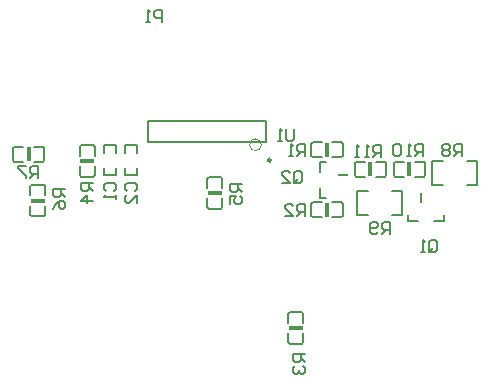
<source format=gbo>
G04 Layer_Color=32896*
%FSLAX25Y25*%
%MOIN*%
G70*
G01*
G75*
%ADD10C,0.00800*%
%ADD36C,0.00984*%
%ADD37C,0.00394*%
%ADD38C,0.00700*%
%ADD39C,0.00787*%
%ADD40C,0.00600*%
%ADD41R,0.03248X0.00787*%
%ADD42R,0.00787X0.03248*%
%ADD43R,0.01500X0.05000*%
%ADD44R,0.05000X0.01500*%
D10*
X3824725Y3026500D02*
X3827725D01*
X3824725Y3031500D02*
X3827725D01*
Y3026500D02*
X3828225Y3027000D01*
Y3031000D01*
X3826725Y3031500D02*
X3827225D01*
X3827725D02*
X3828225Y3031000D01*
X3817725Y3027000D02*
X3818225Y3026500D01*
X3818725D02*
X3819225D01*
X3817725Y3027000D02*
Y3031000D01*
X3818225Y3031500D01*
Y3026500D02*
X3821225D01*
X3818225Y3031500D02*
X3821225D01*
X3837725Y3026500D02*
X3840725D01*
X3837725Y3031500D02*
X3840725D01*
Y3026500D02*
X3841225Y3027000D01*
Y3031000D01*
X3839725Y3031500D02*
X3840225D01*
X3840725D02*
X3841225Y3031000D01*
X3830725Y3027000D02*
X3831225Y3026500D01*
X3831725D02*
X3832225D01*
X3830725Y3027000D02*
Y3031000D01*
X3831225Y3031500D01*
Y3026500D02*
X3834225D01*
X3831225Y3031500D02*
X3834225D01*
X3726000Y3027000D02*
Y3030000D01*
X3731000Y3027000D02*
Y3030000D01*
X3726000Y3027000D02*
X3726500Y3026500D01*
X3730500D01*
X3731000Y3027500D02*
Y3028000D01*
X3730500Y3026500D02*
X3731000Y3027000D01*
X3726000Y3036500D02*
X3726500Y3037000D01*
X3726000Y3035500D02*
Y3036000D01*
X3726500Y3037000D02*
X3730500D01*
X3731000Y3036500D01*
X3726000Y3033500D02*
Y3036500D01*
X3731000Y3033500D02*
Y3036500D01*
X3704275D02*
X3707275D01*
X3704275Y3031500D02*
X3707275D01*
X3703775Y3036000D02*
X3704275Y3036500D01*
X3703775Y3032000D02*
Y3036000D01*
X3704775Y3031500D02*
X3705275D01*
X3703775Y3032000D02*
X3704275Y3031500D01*
X3713775Y3036500D02*
X3714275Y3036000D01*
X3712775Y3036500D02*
X3713275D01*
X3714275Y3032000D02*
Y3036000D01*
X3713775Y3031500D02*
X3714275Y3032000D01*
X3710775Y3036500D02*
X3713775D01*
X3710775Y3031500D02*
X3713775D01*
X3709500Y3013775D02*
Y3016775D01*
X3714500Y3013775D02*
Y3016775D01*
X3709500Y3013775D02*
X3710000Y3013275D01*
X3714000D01*
X3714500Y3014275D02*
Y3014775D01*
X3714000Y3013275D02*
X3714500Y3013775D01*
X3709500Y3023275D02*
X3710000Y3023775D01*
X3709500Y3022275D02*
Y3022775D01*
X3710000Y3023775D02*
X3714000D01*
X3714500Y3023275D01*
X3709500Y3020275D02*
Y3023275D01*
X3714500Y3020275D02*
Y3023275D01*
X3768500Y3016275D02*
Y3019275D01*
X3773500Y3016275D02*
Y3019275D01*
X3768500Y3016275D02*
X3769000Y3015775D01*
X3773000D01*
X3773500Y3016775D02*
Y3017275D01*
X3773000Y3015775D02*
X3773500Y3016275D01*
X3768500Y3025775D02*
X3769000Y3026275D01*
X3768500Y3024775D02*
Y3025275D01*
X3769000Y3026275D02*
X3773000D01*
X3773500Y3025775D01*
X3768500Y3022775D02*
Y3025775D01*
X3773500Y3022775D02*
Y3025775D01*
X3795500Y2971275D02*
Y2974275D01*
X3800500Y2971275D02*
Y2974275D01*
X3795500Y2971275D02*
X3796000Y2970775D01*
X3800000D01*
X3800500Y2971775D02*
Y2972275D01*
X3800000Y2970775D02*
X3800500Y2971275D01*
X3795500Y2980775D02*
X3796000Y2981275D01*
X3795500Y2979775D02*
Y2980275D01*
X3796000Y2981275D02*
X3800000D01*
X3800500Y2980775D01*
X3795500Y2977775D02*
Y2980775D01*
X3800500Y2977775D02*
Y2980775D01*
X3810225Y3013000D02*
X3813225D01*
X3810225Y3018000D02*
X3813225D01*
Y3013000D02*
X3813725Y3013500D01*
Y3017500D01*
X3812225Y3018000D02*
X3812725D01*
X3813225D02*
X3813725Y3017500D01*
X3803225Y3013500D02*
X3803725Y3013000D01*
X3804225D02*
X3804725D01*
X3803225Y3013500D02*
Y3017500D01*
X3803725Y3018000D01*
Y3013000D02*
X3806725D01*
X3803725Y3018000D02*
X3806725D01*
X3810225Y3033000D02*
X3813225D01*
X3810225Y3038000D02*
X3813225D01*
Y3033000D02*
X3813725Y3033500D01*
Y3037500D01*
X3812225Y3038000D02*
X3812725D01*
X3813225D02*
X3813725Y3037500D01*
X3803225Y3033500D02*
X3803725Y3033000D01*
X3804225D02*
X3804725D01*
X3803225Y3033500D02*
Y3037500D01*
X3803725Y3038000D01*
Y3033000D02*
X3806725D01*
X3803725Y3038000D02*
X3806725D01*
D36*
X3789838Y3032051D02*
G03*
X3789838Y3032051I-492J0D01*
G01*
D37*
X3786610Y3037169D02*
G03*
X3786610Y3037169I-1969J0D01*
G01*
D38*
X3830000Y3013800D02*
X3833400D01*
Y3017800D01*
Y3021800D01*
X3830000D02*
X3833400D01*
X3818600D02*
X3822000D01*
X3818600Y3017800D02*
Y3021800D01*
Y3013800D02*
Y3017800D01*
Y3013800D02*
X3822000D01*
X3855000Y3023800D02*
X3858400D01*
Y3027800D01*
Y3031800D01*
X3855000D02*
X3858400D01*
X3843600D02*
X3847000D01*
X3843600Y3027800D02*
Y3031800D01*
Y3023800D02*
Y3027800D01*
Y3023800D02*
X3847000D01*
X3741668Y3021834D02*
X3741001Y3022501D01*
Y3023834D01*
X3741668Y3024500D01*
X3744334D01*
X3745000Y3023834D01*
Y3022501D01*
X3744334Y3021834D01*
X3745000Y3017835D02*
Y3020501D01*
X3742334Y3017835D01*
X3741668D01*
X3741001Y3018502D01*
Y3019835D01*
X3741668Y3020501D01*
X3734668Y3021834D02*
X3734001Y3022501D01*
Y3023834D01*
X3734668Y3024500D01*
X3737334D01*
X3738000Y3023834D01*
Y3022501D01*
X3737334Y3021834D01*
X3738000Y3020501D02*
Y3019168D01*
Y3019835D01*
X3734001D01*
X3734668Y3020501D01*
X3801000Y3033500D02*
Y3037499D01*
X3799001D01*
X3798334Y3036832D01*
Y3035499D01*
X3799001Y3034833D01*
X3801000D01*
X3799667D02*
X3798334Y3033500D01*
X3797001D02*
X3795668D01*
X3796335D01*
Y3037499D01*
X3797001Y3036832D01*
X3801000Y3013500D02*
Y3017499D01*
X3799001D01*
X3798334Y3016832D01*
Y3015499D01*
X3799001Y3014833D01*
X3801000D01*
X3799667D02*
X3798334Y3013500D01*
X3794336D02*
X3797001D01*
X3794336Y3016166D01*
Y3016832D01*
X3795002Y3017499D01*
X3796335D01*
X3797001Y3016832D01*
X3801000Y2967500D02*
X3797001D01*
Y2965501D01*
X3797668Y2964834D01*
X3799001D01*
X3799667Y2965501D01*
Y2967500D01*
Y2966167D02*
X3801000Y2964834D01*
X3797668Y2963501D02*
X3797001Y2962835D01*
Y2961502D01*
X3797668Y2960835D01*
X3798334D01*
X3799001Y2961502D01*
Y2962168D01*
Y2961502D01*
X3799667Y2960835D01*
X3800334D01*
X3801000Y2961502D01*
Y2962835D01*
X3800334Y2963501D01*
X3780000Y3024000D02*
X3776001D01*
Y3022001D01*
X3776668Y3021334D01*
X3778001D01*
X3778667Y3022001D01*
Y3024000D01*
Y3022667D02*
X3780000Y3021334D01*
X3776001Y3017336D02*
Y3020001D01*
X3778001D01*
X3777334Y3018668D01*
Y3018002D01*
X3778001Y3017336D01*
X3779333D01*
X3780000Y3018002D01*
Y3019335D01*
X3779333Y3020001D01*
X3721000Y3022500D02*
X3717001D01*
Y3020501D01*
X3717668Y3019834D01*
X3719001D01*
X3719667Y3020501D01*
Y3022500D01*
Y3021167D02*
X3721000Y3019834D01*
X3717001Y3015836D02*
X3717668Y3017168D01*
X3719001Y3018501D01*
X3720333D01*
X3721000Y3017835D01*
Y3016502D01*
X3720333Y3015836D01*
X3719667D01*
X3719001Y3016502D01*
Y3018501D01*
X3712000Y3026000D02*
Y3029999D01*
X3710001D01*
X3709334Y3029332D01*
Y3027999D01*
X3710001Y3027333D01*
X3712000D01*
X3710667D02*
X3709334Y3026000D01*
X3708001Y3029999D02*
X3705336D01*
Y3029332D01*
X3708001Y3026666D01*
Y3026000D01*
X3730500Y3024500D02*
X3726501D01*
Y3022501D01*
X3727168Y3021834D01*
X3728501D01*
X3729167Y3022501D01*
Y3024500D01*
Y3023167D02*
X3730500Y3021834D01*
Y3018502D02*
X3726501D01*
X3728501Y3020501D01*
Y3017835D01*
X3840500Y3033500D02*
Y3037499D01*
X3838501D01*
X3837834Y3036832D01*
Y3035499D01*
X3838501Y3034833D01*
X3840500D01*
X3839167D02*
X3837834Y3033500D01*
X3836501D02*
X3835168D01*
X3835835D01*
Y3037499D01*
X3836501Y3036832D01*
X3833169D02*
X3832503Y3037499D01*
X3831170D01*
X3830503Y3036832D01*
Y3034166D01*
X3831170Y3033500D01*
X3832503D01*
X3833169Y3034166D01*
Y3036832D01*
X3826500Y3033000D02*
Y3036999D01*
X3824501D01*
X3823834Y3036332D01*
Y3034999D01*
X3824501Y3034333D01*
X3826500D01*
X3825167D02*
X3823834Y3033000D01*
X3822501D02*
X3821169D01*
X3821835D01*
Y3036999D01*
X3822501Y3036332D01*
X3819169Y3033000D02*
X3817836D01*
X3818502D01*
Y3036999D01*
X3819169Y3036332D01*
X3853500Y3033500D02*
Y3037499D01*
X3851501D01*
X3850834Y3036832D01*
Y3035499D01*
X3851501Y3034833D01*
X3853500D01*
X3852167D02*
X3850834Y3033500D01*
X3849501Y3036832D02*
X3848835Y3037499D01*
X3847502D01*
X3846835Y3036832D01*
Y3036166D01*
X3847502Y3035499D01*
X3846835Y3034833D01*
Y3034166D01*
X3847502Y3033500D01*
X3848835D01*
X3849501Y3034166D01*
Y3034833D01*
X3848835Y3035499D01*
X3849501Y3036166D01*
Y3036832D01*
X3848835Y3035499D02*
X3847502D01*
X3829500Y3007500D02*
Y3011499D01*
X3827501D01*
X3826834Y3010832D01*
Y3009499D01*
X3827501Y3008833D01*
X3829500D01*
X3828167D02*
X3826834Y3007500D01*
X3825501Y3008166D02*
X3824835Y3007500D01*
X3823502D01*
X3822836Y3008166D01*
Y3010832D01*
X3823502Y3011499D01*
X3824835D01*
X3825501Y3010832D01*
Y3010166D01*
X3824835Y3009499D01*
X3822836D01*
X3842334Y3002166D02*
Y3004832D01*
X3843001Y3005499D01*
X3844334D01*
X3845000Y3004832D01*
Y3002166D01*
X3844334Y3001500D01*
X3843001D01*
X3843667Y3002833D02*
X3842334Y3001500D01*
X3843001D02*
X3842334Y3002166D01*
X3841001Y3001500D02*
X3839668D01*
X3840335D01*
Y3005499D01*
X3841001Y3004832D01*
X3797334Y3025166D02*
Y3027832D01*
X3798001Y3028499D01*
X3799334D01*
X3800000Y3027832D01*
Y3025166D01*
X3799334Y3024500D01*
X3798001D01*
X3798667Y3025833D02*
X3797334Y3024500D01*
X3798001D02*
X3797334Y3025166D01*
X3793335Y3024500D02*
X3796001D01*
X3793335Y3027166D01*
Y3027832D01*
X3794002Y3028499D01*
X3795335D01*
X3796001Y3027832D01*
X3797500Y3042499D02*
Y3039166D01*
X3796833Y3038500D01*
X3795501D01*
X3794834Y3039166D01*
Y3042499D01*
X3793501Y3038500D02*
X3792168D01*
X3792835D01*
Y3042499D01*
X3793501Y3041832D01*
X3753500Y3078000D02*
Y3081999D01*
X3751501D01*
X3750834Y3081332D01*
Y3079999D01*
X3751501Y3079333D01*
X3753500D01*
X3749501Y3078000D02*
X3748169D01*
X3748835D01*
Y3081999D01*
X3749501Y3081332D01*
D39*
X3748815Y3037957D02*
Y3045043D01*
X3788185Y3037957D02*
Y3045043D01*
X3748815D02*
X3788185D01*
X3748815Y3037957D02*
X3788185D01*
X3806244Y3019595D02*
Y3022744D01*
Y3019595D02*
X3808213D01*
X3806244Y3028256D02*
Y3031405D01*
X3808213D01*
X3844256Y3011744D02*
X3847406D01*
Y3013713D01*
X3835595Y3011744D02*
X3838744D01*
X3835595D02*
Y3013713D01*
D40*
X3734000Y3034500D02*
Y3037000D01*
X3738000D01*
Y3034500D02*
Y3037000D01*
Y3027000D02*
Y3029500D01*
X3734000Y3027000D02*
X3738000D01*
X3734000D02*
Y3029500D01*
X3745000Y3027000D02*
Y3029500D01*
X3741000Y3027000D02*
X3745000D01*
X3741000D02*
Y3029500D01*
Y3034500D02*
Y3037000D01*
X3745000D01*
Y3034500D02*
Y3037000D01*
D41*
X3813774Y3027075D02*
D03*
D42*
X3839925Y3019274D02*
D03*
D43*
X3822971Y3029000D02*
D03*
X3835971D02*
D03*
X3709029Y3034000D02*
D03*
X3808471Y3015500D02*
D03*
Y3035500D02*
D03*
D44*
X3728500Y3031754D02*
D03*
X3712000Y3018530D02*
D03*
X3771000Y3021029D02*
D03*
X3798000Y2976030D02*
D03*
M02*

</source>
